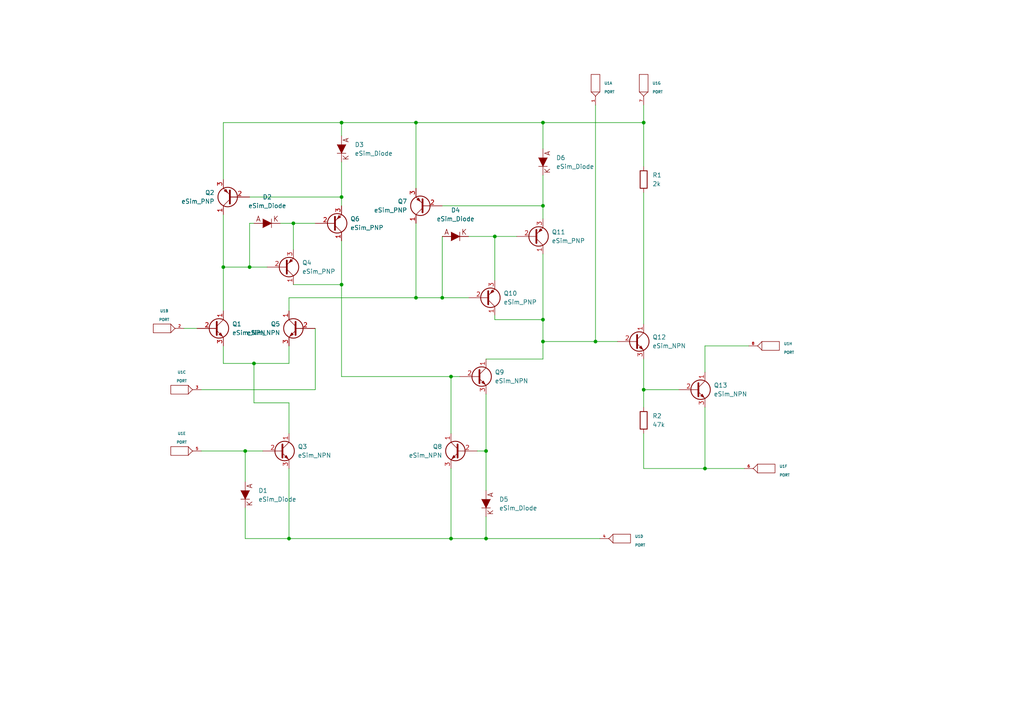
<source format=kicad_sch>
(kicad_sch (version 20211123) (generator eeschema)
  (paper "A4")
  (lib_symbols
    (symbol "eSim_Devices:eSim_Diode" (pin_numbers hide) (pin_names (offset 1.016) hide)
      (property "Reference" "D" (at 0 2.54 0))
      (property "Value" "eSim_Diode" (at 0 -2.54 0))
      (symbol "eSim_Diode_0_0"
        (text "A" (at -2.54 1.27 0) (effects (font (size 1.524 1.524))))
        (text "K" (at 2.54 1.27 0) (effects (font (size 1.524 1.524))))
      )
      (symbol "eSim_Diode_0_1"
        (polyline (pts (xy 1.27 1.27) (xy 1.27 -1.27)) (stroke (width 0.1524)))
        (polyline (pts (xy -1.27 1.27) (xy 1.27 0) (xy -1.27 -1.27)) (fill (type outline)))
      )
      (symbol "eSim_Diode_1_1"
        (pin passive line (at -3.81 0 0) (length 2.54) (name "A") (number "1"))
        (pin passive line (at 3.81 0 180) (length 2.54) (name "K") (number "2"))
      )
    )
    (symbol "eSim_Devices:eSim_NPN" (pin_names (offset 0) hide)
      (property "Reference" "Q" (at -2.54 1.27 0))
      (property "Value" "eSim_NPN" (at -1.27 3.81 0))
      (symbol "eSim_NPN_0_1"
        (polyline (pts (xy 0.635 0.635) (xy 2.54 2.54)))
        (polyline (pts (xy 0.635 -0.635) (xy 2.54 -2.54) (xy 2.54 -2.54)))
        (polyline (pts (xy 0.635 1.905) (xy 0.635 -1.905) (xy 0.635 -1.905)) (stroke (width 0.508)))
        (polyline (pts (xy 1.27 -1.778) (xy 1.778 -1.27) (xy 2.286 -2.286) (xy 1.27 -1.778) (xy 1.27 -1.778)) (fill (type outline)))
        (circle (center 1.27 0) (radius 2.8194) (stroke (width 0.254)))
      )
      (symbol "eSim_NPN_1_1"
        (pin passive line (at 2.54 5.08 270) (length 2.54) (name "C") (number "1"))
        (pin passive line (at -5.08 0 0) (length 5.715) (name "B") (number "2"))
        (pin passive line (at 2.54 -5.08 90) (length 2.54) (name "E") (number "3"))
      )
    )
    (symbol "eSim_Devices:eSim_PNP" (pin_names (offset 0) hide)
      (property "Reference" "Q" (at -2.54 1.27 0))
      (property "Value" "eSim_PNP" (at -1.27 3.81 0))
      (symbol "eSim_PNP_0_1"
        (polyline (pts (xy 0.635 0.635) (xy 2.54 2.54)))
        (polyline (pts (xy 0.635 -0.635) (xy 2.54 -2.54) (xy 2.54 -2.54)))
        (polyline (pts (xy 0.635 1.905) (xy 0.635 -1.905) (xy 0.635 -1.905)) (stroke (width 0.508)))
        (polyline (pts (xy 2.286 -1.778) (xy 1.778 -2.286) (xy 1.27 -1.27) (xy 2.286 -1.778) (xy 2.286 -1.778)) (fill (type outline)))
        (circle (center 1.27 0) (radius 2.8194) (stroke (width 0.254)))
      )
      (symbol "eSim_PNP_1_1"
        (pin passive line (at 2.54 5.08 270) (length 2.54) (name "C") (number "1"))
        (pin passive line (at -5.08 0 0) (length 5.715) (name "B") (number "2"))
        (pin passive line (at 2.54 -5.08 90) (length 2.54) (name "E") (number "3"))
      )
    )
    (symbol "eSim_Devices:resistor" (pin_numbers hide) (pin_names (offset 0))
      (property "Reference" "R" (at 1.27 3.302 0))
      (property "Value" "resistor" (at 1.27 -1.27 0))
      (symbol "resistor_0_1"
        (rectangle (start 3.81 0.254) (end -1.27 2.286) (stroke (width 0.254)))
      )
      (symbol "resistor_1_1"
        (pin passive line (at -2.54 1.27 0) (length 1.27) (name "~") (number "1"))
        (pin passive line (at 5.08 1.27 180) (length 1.27) (name "~") (number "2"))
      )
    )
    (symbol "eSim_Miscellaneous:PORT" (pin_names (offset 1.016))
      (property "Reference" "U" (at 1.27 2.54 0))
      (property "Value" "PORT" (at 0 0 0))
      (symbol "PORT_0_1"
        (rectangle (start -2.54 1.27) (end 2.54 -1.27))
        (arc (start 2.54 1.27) (mid 3.1355 0.5955) (end 3.81 0))
        (arc (start 3.81 0) (mid 3.1447 -0.6046) (end 2.54 -1.27))
      )
      (symbol "PORT_1_1"
        (pin bidirectional line (at 6.35 0 180) (length 2.54) (name "~") (number "1"))
      )
      (symbol "PORT_2_1"
        (pin bidirectional line (at 6.35 0 180) (length 2.54) (name "~") (number "2"))
      )
      (symbol "PORT_3_1"
        (pin bidirectional line (at 6.35 0 180) (length 2.54) (name "~") (number "3"))
      )
      (symbol "PORT_4_1"
        (pin bidirectional line (at 6.35 0 180) (length 2.54) (name "~") (number "4"))
      )
      (symbol "PORT_5_1"
        (pin bidirectional line (at 6.35 0 180) (length 2.54) (name "~") (number "5"))
      )
      (symbol "PORT_6_1"
        (pin bidirectional line (at 6.35 0 180) (length 2.54) (name "~") (number "6"))
      )
      (symbol "PORT_7_1"
        (pin bidirectional line (at 6.35 0 180) (length 2.54) (name "~") (number "7"))
      )
      (symbol "PORT_8_1"
        (pin bidirectional line (at 6.35 0 180) (length 2.54) (name "~") (number "8"))
      )
      (symbol "PORT_9_1"
        (pin bidirectional line (at 6.35 0 180) (length 2.54) (name "~") (number "9"))
      )
      (symbol "PORT_10_1"
        (pin bidirectional line (at 6.35 0 180) (length 2.54) (name "~") (number "10"))
      )
      (symbol "PORT_11_1"
        (pin bidirectional line (at 6.35 0 180) (length 2.54) (name "~") (number "11"))
      )
      (symbol "PORT_12_1"
        (pin bidirectional line (at 6.35 0 180) (length 2.54) (name "~") (number "12"))
      )
      (symbol "PORT_13_1"
        (pin bidirectional line (at 6.35 0 180) (length 2.54) (name "~") (number "13"))
      )
      (symbol "PORT_14_1"
        (pin bidirectional line (at 6.35 0 180) (length 2.54) (name "~") (number "14"))
      )
      (symbol "PORT_15_1"
        (pin bidirectional line (at 6.35 0 180) (length 2.54) (name "~") (number "15"))
      )
      (symbol "PORT_16_1"
        (pin bidirectional line (at 6.35 0 180) (length 2.54) (name "~") (number "16"))
      )
      (symbol "PORT_17_1"
        (pin bidirectional line (at 6.35 0 180) (length 2.54) (name "~") (number "17"))
      )
      (symbol "PORT_18_1"
        (pin bidirectional line (at 6.35 0 180) (length 2.54) (name "~") (number "18"))
      )
      (symbol "PORT_19_1"
        (pin bidirectional line (at 6.35 0 180) (length 2.54) (name "~") (number "19"))
      )
      (symbol "PORT_20_1"
        (pin bidirectional line (at 6.35 0 180) (length 2.54) (name "~") (number "20"))
      )
      (symbol "PORT_21_1"
        (pin bidirectional line (at 6.35 0 180) (length 2.54) (name "~") (number "21"))
      )
      (symbol "PORT_22_1"
        (pin bidirectional line (at 6.35 0 180) (length 2.54) (name "~") (number "22"))
      )
      (symbol "PORT_23_1"
        (pin bidirectional line (at 6.35 0 180) (length 2.54) (name "~") (number "23"))
      )
      (symbol "PORT_24_1"
        (pin bidirectional line (at 6.35 0 180) (length 2.54) (name "~") (number "24"))
      )
      (symbol "PORT_25_1"
        (pin bidirectional line (at 6.35 0 180) (length 2.54) (name "~") (number "25"))
      )
      (symbol "PORT_26_1"
        (pin bidirectional line (at 6.35 0 180) (length 2.54) (name "~") (number "26"))
      )
    )
  )
  (junction (at 64.77 77.47))
  (junction (at 204.47 135.89))
  (junction (at 157.48 59.69))
  (junction (at 99.06 82.55))
  (junction (at 157.48 35.56))
  (junction (at 72.39 77.47))
  (junction (at 120.65 35.56))
  (junction (at 73.66 105.41))
  (junction (at 99.06 57.15))
  (junction (at 140.97 156.21))
  (junction (at 71.12 130.81))
  (junction (at 130.81 156.21))
  (junction (at 85.09 64.77))
  (junction (at 157.48 92.71))
  (junction (at 140.97 130.81))
  (junction (at 172.72 99.06))
  (junction (at 157.48 99.06))
  (junction (at 186.69 113.03))
  (junction (at 130.81 109.22))
  (junction (at 99.06 35.56))
  (junction (at 120.65 86.36))
  (junction (at 128.27 86.36))
  (junction (at 186.69 35.56))
  (junction (at 83.82 156.21))
  (junction (at 143.51 68.58))
  (wire (pts (xy 120.65 86.36) (xy 83.82 86.36)))
  (wire (pts (xy 157.48 35.56) (xy 186.69 35.56)))
  (wire (pts (xy 143.51 91.44) (xy 143.51 92.71)))
  (wire (pts (xy 73.66 64.77) (xy 72.39 64.77)))
  (wire (pts (xy 85.09 64.77) (xy 85.09 72.39)))
  (wire (pts (xy 81.28 64.77) (xy 85.09 64.77)))
  (wire (pts (xy 157.48 99.06) (xy 157.48 104.14)))
  (wire (pts (xy 130.81 156.21) (xy 140.97 156.21)))
  (wire (pts (xy 157.48 59.69) (xy 157.48 63.5)))
  (wire (pts (xy 128.27 59.69) (xy 157.48 59.69)))
  (wire (pts (xy 73.66 116.84) (xy 73.66 105.41)))
  (wire (pts (xy 157.48 73.66) (xy 157.48 92.71)))
  (wire (pts (xy 130.81 135.89) (xy 130.81 156.21)))
  (wire (pts (xy 99.06 109.22) (xy 130.81 109.22)))
  (wire (pts (xy 130.81 109.22) (xy 130.81 125.73)))
  (wire (pts (xy 186.69 30.48) (xy 186.69 35.56)))
  (wire (pts (xy 58.42 113.03) (xy 91.44 113.03)))
  (wire (pts (xy 143.51 68.58) (xy 143.51 81.28)))
  (wire (pts (xy 99.06 35.56) (xy 120.65 35.56)))
  (wire (pts (xy 135.89 68.58) (xy 143.51 68.58)))
  (wire (pts (xy 71.12 147.32) (xy 71.12 156.21)))
  (wire (pts (xy 85.09 82.55) (xy 99.06 82.55)))
  (wire (pts (xy 140.97 130.81) (xy 140.97 142.24)))
  (wire (pts (xy 130.81 109.22) (xy 133.35 109.22)))
  (wire (pts (xy 71.12 139.7) (xy 71.12 130.81)))
  (wire (pts (xy 64.77 105.41) (xy 64.77 100.33)))
  (wire (pts (xy 157.48 92.71) (xy 157.48 99.06)))
  (wire (pts (xy 186.69 113.03) (xy 186.69 118.11)))
  (wire (pts (xy 140.97 156.21) (xy 173.99 156.21)))
  (wire (pts (xy 120.65 35.56) (xy 157.48 35.56)))
  (wire (pts (xy 83.82 135.89) (xy 83.82 156.21)))
  (wire (pts (xy 99.06 57.15) (xy 99.06 59.69)))
  (wire (pts (xy 135.89 86.36) (xy 128.27 86.36)))
  (wire (pts (xy 138.43 130.81) (xy 140.97 130.81)))
  (wire (pts (xy 157.48 59.69) (xy 157.48 50.8)))
  (wire (pts (xy 83.82 100.33) (xy 83.82 105.41)))
  (wire (pts (xy 57.15 95.25) (xy 53.34 95.25)))
  (wire (pts (xy 186.69 55.88) (xy 186.69 93.98)))
  (wire (pts (xy 85.09 64.77) (xy 91.44 64.77)))
  (wire (pts (xy 186.69 113.03) (xy 196.85 113.03)))
  (wire (pts (xy 64.77 77.47) (xy 64.77 90.17)))
  (wire (pts (xy 120.65 35.56) (xy 120.65 54.61)))
  (wire (pts (xy 186.69 48.26) (xy 186.69 35.56)))
  (wire (pts (xy 157.48 104.14) (xy 140.97 104.14)))
  (wire (pts (xy 91.44 95.25) (xy 91.44 113.03)))
  (wire (pts (xy 64.77 52.07) (xy 64.77 35.56)))
  (wire (pts (xy 157.48 35.56) (xy 157.48 43.18)))
  (wire (pts (xy 172.72 30.48) (xy 172.72 99.06)))
  (wire (pts (xy 83.82 156.21) (xy 130.81 156.21)))
  (wire (pts (xy 83.82 105.41) (xy 73.66 105.41)))
  (wire (pts (xy 72.39 77.47) (xy 77.47 77.47)))
  (wire (pts (xy 120.65 86.36) (xy 128.27 86.36)))
  (wire (pts (xy 73.66 105.41) (xy 64.77 105.41)))
  (wire (pts (xy 99.06 69.85) (xy 99.06 82.55)))
  (wire (pts (xy 140.97 149.86) (xy 140.97 156.21)))
  (wire (pts (xy 172.72 99.06) (xy 179.07 99.06)))
  (wire (pts (xy 120.65 64.77) (xy 120.65 86.36)))
  (wire (pts (xy 64.77 35.56) (xy 99.06 35.56)))
  (wire (pts (xy 186.69 104.14) (xy 186.69 113.03)))
  (wire (pts (xy 186.69 135.89) (xy 204.47 135.89)))
  (wire (pts (xy 72.39 64.77) (xy 72.39 77.47)))
  (wire (pts (xy 71.12 156.21) (xy 83.82 156.21)))
  (wire (pts (xy 58.42 130.81) (xy 71.12 130.81)))
  (wire (pts (xy 204.47 135.89) (xy 215.9 135.89)))
  (wire (pts (xy 83.82 125.73) (xy 83.82 116.84)))
  (wire (pts (xy 83.82 86.36) (xy 83.82 90.17)))
  (wire (pts (xy 204.47 118.11) (xy 204.47 135.89)))
  (wire (pts (xy 99.06 57.15) (xy 99.06 46.99)))
  (wire (pts (xy 99.06 35.56) (xy 99.06 39.37)))
  (wire (pts (xy 83.82 116.84) (xy 73.66 116.84)))
  (wire (pts (xy 204.47 100.33) (xy 217.17 100.33)))
  (wire (pts (xy 72.39 57.15) (xy 99.06 57.15)))
  (wire (pts (xy 186.69 125.73) (xy 186.69 135.89)))
  (wire (pts (xy 143.51 92.71) (xy 157.48 92.71)))
  (wire (pts (xy 71.12 130.81) (xy 76.2 130.81)))
  (wire (pts (xy 64.77 77.47) (xy 72.39 77.47)))
  (wire (pts (xy 128.27 68.58) (xy 128.27 86.36)))
  (wire (pts (xy 204.47 107.95) (xy 204.47 100.33)))
  (wire (pts (xy 143.51 68.58) (xy 149.86 68.58)))
  (wire (pts (xy 99.06 82.55) (xy 99.06 109.22)))
  (wire (pts (xy 157.48 99.06) (xy 172.72 99.06)))
  (wire (pts (xy 140.97 114.3) (xy 140.97 130.81)))
  (wire (pts (xy 64.77 62.23) (xy 64.77 77.47)))
  (symbol (lib_id "eSim_Miscellaneous:PORT") (at 186.69 24.13 270) (unit 7)
    (property "Reference" "U1" (at 189.23 24.13 90) (effects (font (size 0.762 0.762)) (justify left)))
    (property "Value" "PORT" (at 189.23 26.67 90) (effects (font (size 0.762 0.762)) (justify left)))
  )
  (symbol (lib_id "eSim_Devices:eSim_Diode") (at 140.97 146.05 270) (unit 1)
    (property "Reference" "D5" (at 144.78 144.8343 90) (effects (justify left)))
    (property "Value" "eSim_Diode" (at 144.78 147.3743 90) (effects (justify left)))
  )
  (symbol (lib_id "eSim_Devices:resistor") (at 187.96 123.19 90) (unit 1)
    (property "Reference" "R2" (at 189.23 120.6499 90) (effects (justify right)))
    (property "Value" "47k" (at 189.23 123.1899 90) (effects (justify right)))
  )
  (symbol (lib_id "eSim_Devices:eSim_Diode") (at 77.47 64.77 0) (unit 1)
    (property "Reference" "D2" (at 77.5244 57.15 0))
    (property "Value" "eSim_Diode" (at 77.5244 59.69 0))
  )
  (symbol (lib_id "eSim_Devices:eSim_PNP") (at 123.19 59.69 180) (unit 1)
    (property "Reference" "Q7" (at 118.11 58.4199 0) (effects (justify left)))
    (property "Value" "eSim_PNP" (at 118.11 60.9599 0) (effects (justify left)))
  )
  (symbol (lib_id "eSim_Devices:eSim_NPN") (at 86.36 95.25 0) (mirror y) (unit 1)
    (property "Reference" "Q5" (at 81.28 93.9799 0) (effects (justify left)))
    (property "Value" "eSim_NPN" (at 81.28 96.5199 0) (effects (justify left)))
  )
  (symbol (lib_id "eSim_Devices:eSim_PNP") (at 154.94 68.58 0) (mirror x) (unit 1)
    (property "Reference" "Q11" (at 160.02 67.3099 0) (effects (justify left)))
    (property "Value" "eSim_PNP" (at 160.02 69.8499 0) (effects (justify left)))
  )
  (symbol (lib_id "eSim_Miscellaneous:PORT") (at 172.72 24.13 270) (unit 1)
    (property "Reference" "U1" (at 175.26 24.13 90) (effects (font (size 0.762 0.762)) (justify left)))
    (property "Value" "PORT" (at 175.26 26.67 90) (effects (font (size 0.762 0.762)) (justify left)))
  )
  (symbol (lib_id "eSim_Devices:eSim_PNP") (at 96.52 64.77 0) (mirror x) (unit 1)
    (property "Reference" "Q6" (at 101.6 63.4999 0) (effects (justify left)))
    (property "Value" "eSim_PNP" (at 101.6 66.0399 0) (effects (justify left)))
  )
  (symbol (lib_id "eSim_Miscellaneous:PORT") (at 46.99 95.25 0) (unit 2)
    (property "Reference" "U1" (at 47.625 90.17 0) (effects (font (size 0.762 0.762))))
    (property "Value" "PORT" (at 47.625 92.71 0) (effects (font (size 0.762 0.762))))
  )
  (symbol (lib_id "eSim_Devices:eSim_NPN") (at 138.43 109.22 0) (unit 1)
    (property "Reference" "Q9" (at 143.51 107.9499 0) (effects (justify left)))
    (property "Value" "eSim_NPN" (at 143.51 110.4899 0) (effects (justify left)))
  )
  (symbol (lib_id "eSim_Devices:eSim_Diode") (at 99.06 43.18 270) (unit 1)
    (property "Reference" "D3" (at 102.87 41.9643 90) (effects (justify left)))
    (property "Value" "eSim_Diode" (at 102.87 44.5043 90) (effects (justify left)))
  )
  (symbol (lib_id "eSim_Devices:eSim_Diode") (at 132.08 68.58 0) (unit 1)
    (property "Reference" "D4" (at 132.1344 60.96 0))
    (property "Value" "eSim_Diode" (at 132.1344 63.5 0))
  )
  (symbol (lib_id "eSim_Devices:eSim_NPN") (at 133.35 130.81 0) (mirror y) (unit 1)
    (property "Reference" "Q8" (at 128.27 129.5399 0) (effects (justify left)))
    (property "Value" "eSim_NPN" (at 128.27 132.0799 0) (effects (justify left)))
  )
  (symbol (lib_id "eSim_Devices:eSim_NPN") (at 184.15 99.06 0) (unit 1)
    (property "Reference" "Q12" (at 189.23 97.7899 0) (effects (justify left)))
    (property "Value" "eSim_NPN" (at 189.23 100.3299 0) (effects (justify left)))
  )
  (symbol (lib_id "eSim_Devices:eSim_PNP") (at 82.55 77.47 0) (mirror x) (unit 1)
    (property "Reference" "Q4" (at 87.63 76.1999 0) (effects (justify left)))
    (property "Value" "eSim_PNP" (at 87.63 78.7399 0) (effects (justify left)))
  )
  (symbol (lib_id "eSim_Devices:resistor") (at 187.96 53.34 90) (unit 1)
    (property "Reference" "R1" (at 189.23 50.7999 90) (effects (justify right)))
    (property "Value" "2k" (at 189.23 53.3399 90) (effects (justify right)))
  )
  (symbol (lib_id "eSim_Miscellaneous:PORT") (at 180.34 156.21 180) (unit 4)
    (property "Reference" "U1" (at 184.15 155.575 0) (effects (font (size 0.762 0.762)) (justify right)))
    (property "Value" "PORT" (at 184.15 158.115 0) (effects (font (size 0.762 0.762)) (justify right)))
  )
  (symbol (lib_id "eSim_Miscellaneous:PORT") (at 222.25 135.89 180) (unit 6)
    (property "Reference" "U1" (at 226.06 135.255 0) (effects (font (size 0.762 0.762)) (justify right)))
    (property "Value" "PORT" (at 226.06 137.795 0) (effects (font (size 0.762 0.762)) (justify right)))
  )
  (symbol (lib_id "eSim_Miscellaneous:PORT") (at 52.07 130.81 0) (unit 5)
    (property "Reference" "U1" (at 52.705 125.73 0) (effects (font (size 0.762 0.762))))
    (property "Value" "PORT" (at 52.705 128.27 0) (effects (font (size 0.762 0.762))))
  )
  (symbol (lib_id "eSim_Miscellaneous:PORT") (at 52.07 113.03 0) (unit 3)
    (property "Reference" "U1" (at 52.705 107.95 0) (effects (font (size 0.762 0.762))))
    (property "Value" "PORT" (at 52.705 110.49 0) (effects (font (size 0.762 0.762))))
  )
  (symbol (lib_id "eSim_Devices:eSim_NPN") (at 81.28 130.81 0) (unit 1)
    (property "Reference" "Q3" (at 86.36 129.5399 0) (effects (justify left)))
    (property "Value" "eSim_NPN" (at 86.36 132.0799 0) (effects (justify left)))
  )
  (symbol (lib_id "eSim_Devices:eSim_NPN") (at 62.23 95.25 0) (unit 1)
    (property "Reference" "Q1" (at 67.31 93.9799 0) (effects (justify left)))
    (property "Value" "eSim_NPN" (at 67.31 96.5199 0) (effects (justify left)))
  )
  (symbol (lib_id "eSim_Devices:eSim_Diode") (at 71.12 143.51 270) (unit 1)
    (property "Reference" "D1" (at 74.93 142.2943 90) (effects (justify left)))
    (property "Value" "eSim_Diode" (at 74.93 144.8343 90) (effects (justify left)))
  )
  (symbol (lib_id "eSim_Devices:eSim_Diode") (at 157.48 46.99 270) (unit 1)
    (property "Reference" "D6" (at 161.29 45.7743 90) (effects (justify left)))
    (property "Value" "eSim_Diode" (at 161.29 48.3143 90) (effects (justify left)))
  )
  (symbol (lib_id "eSim_Devices:eSim_PNP") (at 67.31 57.15 180) (unit 1)
    (property "Reference" "Q2" (at 62.23 55.8799 0) (effects (justify left)))
    (property "Value" "eSim_PNP" (at 62.23 58.4199 0) (effects (justify left)))
  )
  (symbol (lib_id "eSim_Miscellaneous:PORT") (at 223.52 100.33 180) (unit 8)
    (property "Reference" "U1" (at 227.33 99.695 0) (effects (font (size 0.762 0.762)) (justify right)))
    (property "Value" "PORT" (at 227.33 102.235 0) (effects (font (size 0.762 0.762)) (justify right)))
  )
  (symbol (lib_id "eSim_Devices:eSim_PNP") (at 140.97 86.36 0) (mirror x) (unit 1)
    (property "Reference" "Q10" (at 146.05 85.0899 0) (effects (justify left)))
    (property "Value" "eSim_PNP" (at 146.05 87.6299 0) (effects (justify left)))
  )
  (symbol (lib_id "eSim_Devices:eSim_NPN") (at 201.93 113.03 0) (unit 1)
    (property "Reference" "Q13" (at 207.01 111.7599 0) (effects (justify left)))
    (property "Value" "eSim_NPN" (at 207.01 114.2999 0) (effects (justify left)))
  )
)
</source>
